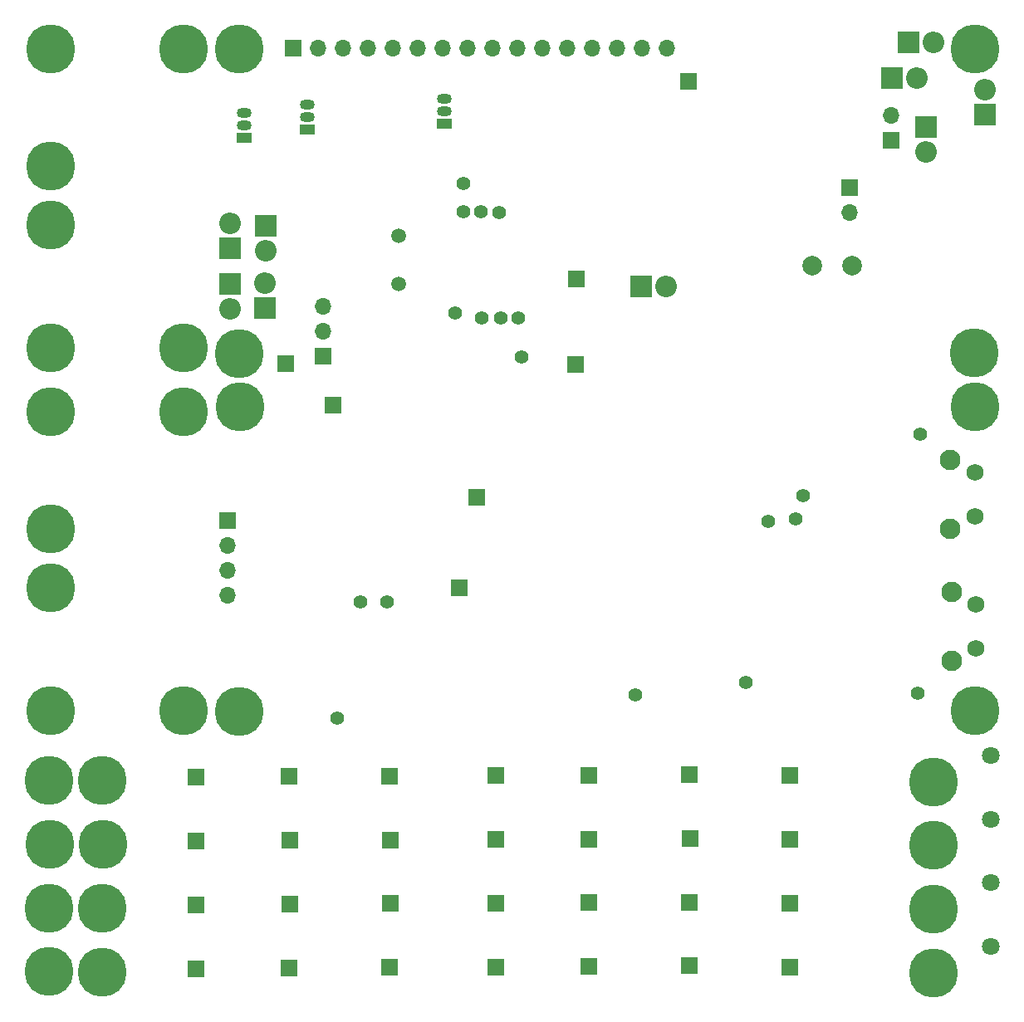
<source format=gbr>
%TF.GenerationSoftware,KiCad,Pcbnew,5.1.8-5.1.8*%
%TF.CreationDate,2022-02-25T22:11:04+08:00*%
%TF.ProjectId,lcr_2,6c63725f-322e-46b6-9963-61645f706362,rev?*%
%TF.SameCoordinates,Original*%
%TF.FileFunction,Soldermask,Bot*%
%TF.FilePolarity,Negative*%
%FSLAX46Y46*%
G04 Gerber Fmt 4.6, Leading zero omitted, Abs format (unit mm)*
G04 Created by KiCad (PCBNEW 5.1.8-5.1.8) date 2022-02-25 22:11:04*
%MOMM*%
%LPD*%
G01*
G04 APERTURE LIST*
%ADD10R,1.700000X1.700000*%
%ADD11C,1.400000*%
%ADD12O,1.700000X1.700000*%
%ADD13C,5.000000*%
%ADD14O,2.200000X2.200000*%
%ADD15R,2.200000X2.200000*%
%ADD16C,1.800000*%
%ADD17C,1.500000*%
%ADD18C,2.100000*%
%ADD19C,1.750000*%
%ADD20R,1.500000X1.050000*%
%ADD21O,1.500000X1.050000*%
%ADD22C,2.000000*%
G04 APERTURE END LIST*
D10*
%TO.C,J1*%
X125665000Y-108043000D03*
%TD*%
%TO.C,J2*%
X127433000Y-98797000D03*
%TD*%
D11*
%TO.C,REF\u002A\u002A*%
X172345000Y-118795000D03*
%TD*%
%TO.C,REF\u002A\u002A*%
X172649000Y-92371000D03*
%TD*%
%TO.C,REF\u002A\u002A*%
X143550000Y-118909000D03*
%TD*%
%TO.C,REF\u002A\u002A*%
X154875000Y-117703000D03*
%TD*%
%TO.C,REF\u002A\u002A*%
X160721000Y-98599000D03*
%TD*%
%TO.C,REF\u002A\u002A*%
X159910000Y-101037000D03*
%TD*%
%TO.C,REF\u002A\u002A*%
X157130000Y-101252000D03*
%TD*%
%TO.C,REF\u002A\u002A*%
X113214000Y-121347000D03*
%TD*%
%TO.C,REF\u002A\u002A*%
X118287000Y-109489000D03*
%TD*%
%TO.C,REF\u002A\u002A*%
X115576000Y-109473000D03*
%TD*%
D10*
%TO.C,J7*%
X112772000Y-89375000D03*
%TD*%
D12*
%TO.C,REF\u002A\u002A*%
X102012000Y-108763000D03*
X102012000Y-106223000D03*
X102012000Y-103683000D03*
D10*
X102012000Y-101143000D03*
%TD*%
D11*
%TO.C,REF\u002A\u002A*%
X131983000Y-84473000D03*
%TD*%
%TO.C,REF\u002A\u002A*%
X131674000Y-80513000D03*
%TD*%
%TO.C,REF\u002A\u002A*%
X129839000Y-80493000D03*
%TD*%
%TO.C,REF\u002A\u002A*%
X127941000Y-80493000D03*
%TD*%
%TO.C,REF\u002A\u002A*%
X126058000Y-66768000D03*
%TD*%
%TO.C,REF\u002A\u002A*%
X127864000Y-69700000D03*
%TD*%
%TO.C,REF\u002A\u002A*%
X129699000Y-69716000D03*
%TD*%
%TO.C,REF\u002A\u002A*%
X125246000Y-80031000D03*
%TD*%
%TO.C,REF\u002A\u002A*%
X126072000Y-69677000D03*
%TD*%
D12*
%TO.C,J4*%
X111786000Y-79278000D03*
X111786000Y-81818000D03*
D10*
X111786000Y-84358000D03*
%TD*%
D13*
%TO.C,REF\u002A\u002A*%
X103230000Y-120639000D03*
%TD*%
%TO.C,REF\u002A\u002A*%
X178209000Y-120562000D03*
%TD*%
%TO.C,REF\u002A\u002A*%
X178238000Y-89559000D03*
%TD*%
%TO.C,REF\u002A\u002A*%
X103261000Y-89606000D03*
%TD*%
%TO.C,REF\u002A\u002A*%
X103186000Y-84113000D03*
%TD*%
D14*
%TO.C,D14*%
X105863000Y-73670000D03*
D15*
X105863000Y-71130000D03*
%TD*%
D14*
%TO.C,D13*%
X102234000Y-70859000D03*
D15*
X102234000Y-73399000D03*
%TD*%
D14*
%TO.C,D12*%
X105784000Y-76953000D03*
D15*
X105784000Y-79493000D03*
%TD*%
D14*
%TO.C,D11*%
X102263000Y-79588000D03*
D15*
X102263000Y-77048000D03*
%TD*%
D14*
%TO.C,D10*%
X146684000Y-77250000D03*
D15*
X144144000Y-77250000D03*
%TD*%
D14*
%TO.C,D9*%
X173204000Y-63599000D03*
D15*
X173204000Y-61059000D03*
%TD*%
D14*
%TO.C,D8*%
X179201000Y-57205000D03*
D15*
X179201000Y-59745000D03*
%TD*%
D14*
%TO.C,D7*%
X173974000Y-52395000D03*
D15*
X171434000Y-52395000D03*
%TD*%
D14*
%TO.C,D5*%
X172255000Y-56060000D03*
D15*
X169715000Y-56060000D03*
%TD*%
D12*
%TO.C,DS1*%
X146801000Y-52975000D03*
X144261000Y-52975000D03*
X141721000Y-52975000D03*
X139181000Y-52975000D03*
X136641000Y-52975000D03*
X134101000Y-52975000D03*
X131561000Y-52975000D03*
X129021000Y-52975000D03*
X126481000Y-52975000D03*
X123941000Y-52975000D03*
X121401000Y-52975000D03*
X118861000Y-52975000D03*
X116321000Y-52975000D03*
X113781000Y-52975000D03*
X111241000Y-52975000D03*
D10*
X108701000Y-52975000D03*
%TD*%
%TO.C,REF\u002A\u002A*%
X149079000Y-127061000D03*
%TD*%
%TO.C,REF\u002A\u002A*%
X118544000Y-127208000D03*
%TD*%
%TO.C,REF\u002A\u002A*%
X129314000Y-127176000D03*
%TD*%
D13*
%TO.C,REF\u002A\u002A*%
X173941000Y-127798000D03*
%TD*%
D16*
%TO.C,REF\u002A\u002A*%
X179798000Y-125104000D03*
%TD*%
D10*
%TO.C,REF\u002A\u002A*%
X108286000Y-127280000D03*
%TD*%
%TO.C,REF\u002A\u002A*%
X159294000Y-127194000D03*
%TD*%
D13*
%TO.C,REF\u002A\u002A*%
X89225000Y-127694000D03*
%TD*%
D10*
%TO.C,REF\u002A\u002A*%
X138821000Y-127133000D03*
%TD*%
%TO.C,REF\u002A\u002A*%
X98779000Y-127323000D03*
%TD*%
D13*
%TO.C,REF\u002A\u002A*%
X83796000Y-127658000D03*
%TD*%
D10*
%TO.C,REF\u002A\u002A*%
X98832000Y-133836000D03*
%TD*%
%TO.C,REF\u002A\u002A*%
X159347000Y-133707000D03*
%TD*%
%TO.C,REF\u002A\u002A*%
X118597000Y-133721000D03*
%TD*%
%TO.C,REF\u002A\u002A*%
X108339000Y-133793000D03*
%TD*%
D13*
%TO.C,REF\u002A\u002A*%
X83849000Y-134171000D03*
%TD*%
%TO.C,REF\u002A\u002A*%
X89278000Y-134207000D03*
%TD*%
%TO.C,REF\u002A\u002A*%
X173994000Y-134311000D03*
%TD*%
D16*
%TO.C,REF\u002A\u002A*%
X179851000Y-131617000D03*
%TD*%
D10*
%TO.C,REF\u002A\u002A*%
X149132000Y-133574000D03*
%TD*%
%TO.C,REF\u002A\u002A*%
X129367000Y-133689000D03*
%TD*%
%TO.C,REF\u002A\u002A*%
X138874000Y-133646000D03*
%TD*%
%TO.C,REF\u002A\u002A*%
X118577000Y-140224000D03*
%TD*%
%TO.C,REF\u002A\u002A*%
X138854000Y-140149000D03*
%TD*%
%TO.C,REF\u002A\u002A*%
X98812000Y-140339000D03*
%TD*%
D13*
%TO.C,REF\u002A\u002A*%
X89258000Y-140710000D03*
%TD*%
%TO.C,REF\u002A\u002A*%
X173974000Y-140814000D03*
%TD*%
D10*
%TO.C,REF\u002A\u002A*%
X129347000Y-140192000D03*
%TD*%
D13*
%TO.C,REF\u002A\u002A*%
X83829000Y-140674000D03*
%TD*%
D10*
%TO.C,REF\u002A\u002A*%
X108319000Y-140296000D03*
%TD*%
%TO.C,REF\u002A\u002A*%
X159327000Y-140210000D03*
%TD*%
%TO.C,REF\u002A\u002A*%
X149112000Y-140077000D03*
%TD*%
D16*
%TO.C,REF\u002A\u002A*%
X179831000Y-138120000D03*
%TD*%
D13*
%TO.C,REF\u002A\u002A*%
X173955000Y-147320000D03*
%TD*%
D10*
%TO.C,REF\u002A\u002A*%
X159308000Y-146716000D03*
%TD*%
%TO.C,REF\u002A\u002A*%
X129328000Y-146698000D03*
%TD*%
%TO.C,REF\u002A\u002A*%
X149093000Y-146583000D03*
%TD*%
%TO.C,REF\u002A\u002A*%
X138835000Y-146655000D03*
%TD*%
%TO.C,REF\u002A\u002A*%
X118558000Y-146730000D03*
%TD*%
%TO.C,REF\u002A\u002A*%
X108300000Y-146802000D03*
%TD*%
D13*
%TO.C,REF\u002A\u002A*%
X89239000Y-147216000D03*
%TD*%
D16*
%TO.C,REF\u002A\u002A*%
X179812000Y-144626000D03*
%TD*%
D13*
%TO.C,REF\u002A\u002A*%
X83810000Y-147180000D03*
%TD*%
D10*
%TO.C,REF\u002A\u002A*%
X98793000Y-146845000D03*
%TD*%
D13*
%TO.C,REF\u002A\u002A*%
X83960000Y-102000000D03*
%TD*%
%TO.C,REF\u002A\u002A*%
X84000000Y-120540000D03*
%TD*%
%TO.C,REF\u002A\u002A*%
X97500000Y-120540000D03*
%TD*%
%TO.C,REF\u002A\u002A*%
X84000000Y-90040000D03*
%TD*%
%TO.C,REF\u002A\u002A*%
X83960000Y-108000000D03*
%TD*%
%TO.C,REF\u002A\u002A*%
X97500000Y-90040000D03*
%TD*%
%TO.C,REF\u002A\u002A*%
X84000000Y-83540000D03*
%TD*%
%TO.C,REF\u002A\u002A*%
X97500000Y-83540000D03*
%TD*%
%TO.C,REF\u002A\u002A*%
X97500000Y-53040000D03*
%TD*%
%TO.C,REF\u002A\u002A*%
X84000000Y-53040000D03*
%TD*%
%TO.C,REF\u002A\u002A*%
X83960000Y-71000000D03*
%TD*%
%TO.C,REF\u002A\u002A*%
X83960000Y-65000000D03*
%TD*%
%TO.C,REF\u002A\u002A*%
X178165000Y-84036000D03*
%TD*%
%TO.C,REF\u002A\u002A*%
X178194000Y-53033000D03*
%TD*%
%TO.C,REF\u002A\u002A*%
X103217000Y-53080000D03*
%TD*%
D17*
%TO.C,Y1*%
X119478000Y-77009000D03*
X119478000Y-72129000D03*
%TD*%
D12*
%TO.C,SW3*%
X169652000Y-59816000D03*
D10*
X169652000Y-62356000D03*
%TD*%
D18*
%TO.C,SW2*%
X175691000Y-95012000D03*
D19*
X178181000Y-96262000D03*
X178181000Y-100762000D03*
D18*
X175691000Y-102022000D03*
%TD*%
%TO.C,SW1*%
X175799000Y-108445000D03*
D19*
X178289000Y-109695000D03*
X178289000Y-114195000D03*
D18*
X175799000Y-115455000D03*
%TD*%
D20*
%TO.C,Q3*%
X124084000Y-60691000D03*
D21*
X124084000Y-58151000D03*
X124084000Y-59421000D03*
%TD*%
D20*
%TO.C,Q2*%
X110171000Y-61306000D03*
D21*
X110171000Y-58766000D03*
X110171000Y-60036000D03*
%TD*%
D20*
%TO.C,Q1*%
X103739000Y-62091000D03*
D21*
X103739000Y-59551000D03*
X103739000Y-60821000D03*
%TD*%
D22*
%TO.C,L1*%
X161649000Y-75138000D03*
X165649000Y-75138000D03*
%TD*%
D10*
%TO.C,J7*%
X107964000Y-85179000D03*
%TD*%
%TO.C,J3*%
X137609000Y-76497000D03*
%TD*%
%TO.C,J2*%
X137484000Y-85278000D03*
%TD*%
%TO.C,J1*%
X149029000Y-56354000D03*
%TD*%
D12*
%TO.C,BT1*%
X165396000Y-69736000D03*
D10*
X165396000Y-67196000D03*
%TD*%
M02*

</source>
